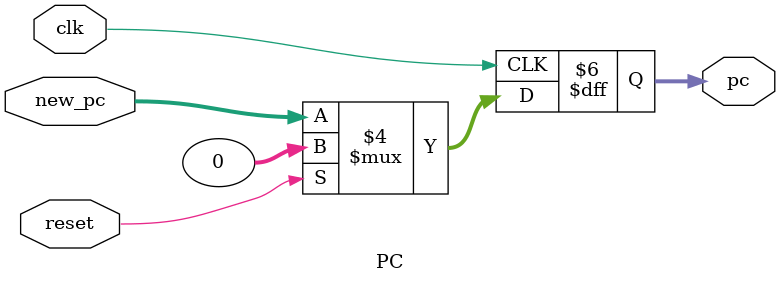
<source format=v>
`timescale 1ns / 1ps
module PC#(parameter LENGTH = 32)(
	input [LENGTH -1 : 0] new_pc,
	input clk,
	input reset,
	output reg [LENGTH -1 : 0] pc
);

initial pc=0;

always@(posedge clk)
begin
if (reset)
	pc <= 0;
else
	pc <= new_pc;
end

endmodule

</source>
